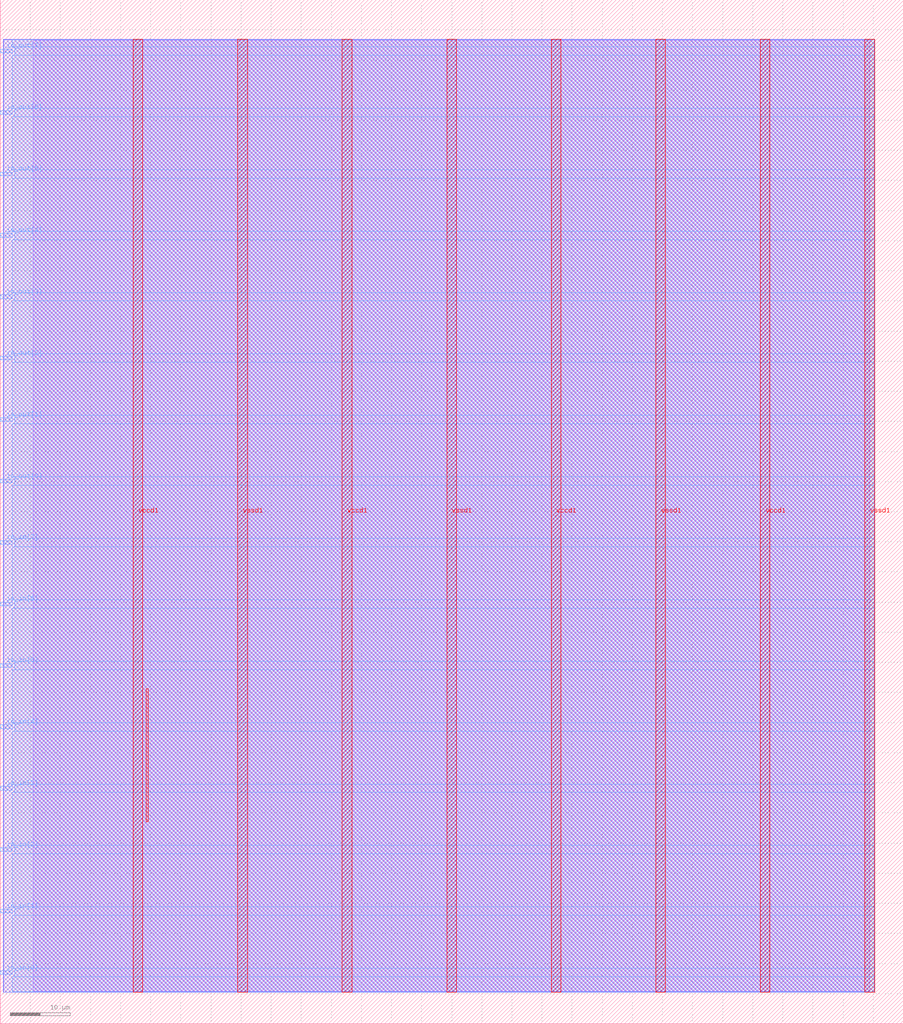
<source format=lef>
VERSION 5.7 ;
  NOWIREEXTENSIONATPIN ON ;
  DIVIDERCHAR "/" ;
  BUSBITCHARS "[]" ;
MACRO guianmonezm_ezmcpu
  CLASS BLOCK ;
  FOREIGN guianmonezm_ezmcpu ;
  ORIGIN 0.000 0.000 ;
  SIZE 150.000 BY 170.000 ;
  PIN io_in[0]
    DIRECTION INPUT ;
    USE SIGNAL ;
    PORT
      LAYER met3 ;
        RECT 0.000 8.200 2.000 8.800 ;
    END
  END io_in[0]
  PIN io_in[1]
    DIRECTION INPUT ;
    USE SIGNAL ;
    PORT
      LAYER met3 ;
        RECT 0.000 18.400 2.000 19.000 ;
    END
  END io_in[1]
  PIN io_in[2]
    DIRECTION INPUT ;
    USE SIGNAL ;
    PORT
      LAYER met3 ;
        RECT 0.000 28.600 2.000 29.200 ;
    END
  END io_in[2]
  PIN io_in[3]
    DIRECTION INPUT ;
    USE SIGNAL ;
    PORT
      LAYER met3 ;
        RECT 0.000 38.800 2.000 39.400 ;
    END
  END io_in[3]
  PIN io_in[4]
    DIRECTION INPUT ;
    USE SIGNAL ;
    PORT
      LAYER met3 ;
        RECT 0.000 49.000 2.000 49.600 ;
    END
  END io_in[4]
  PIN io_in[5]
    DIRECTION INPUT ;
    USE SIGNAL ;
    PORT
      LAYER met3 ;
        RECT 0.000 59.200 2.000 59.800 ;
    END
  END io_in[5]
  PIN io_in[6]
    DIRECTION INPUT ;
    USE SIGNAL ;
    PORT
      LAYER met3 ;
        RECT 0.000 69.400 2.000 70.000 ;
    END
  END io_in[6]
  PIN io_in[7]
    DIRECTION INPUT ;
    USE SIGNAL ;
    PORT
      LAYER met3 ;
        RECT 0.000 79.600 2.000 80.200 ;
    END
  END io_in[7]
  PIN io_out[0]
    DIRECTION OUTPUT TRISTATE ;
    USE SIGNAL ;
    PORT
      LAYER met3 ;
        RECT 0.000 89.800 2.000 90.400 ;
    END
  END io_out[0]
  PIN io_out[1]
    DIRECTION OUTPUT TRISTATE ;
    USE SIGNAL ;
    PORT
      LAYER met3 ;
        RECT 0.000 100.000 2.000 100.600 ;
    END
  END io_out[1]
  PIN io_out[2]
    DIRECTION OUTPUT TRISTATE ;
    USE SIGNAL ;
    PORT
      LAYER met3 ;
        RECT 0.000 110.200 2.000 110.800 ;
    END
  END io_out[2]
  PIN io_out[3]
    DIRECTION OUTPUT TRISTATE ;
    USE SIGNAL ;
    PORT
      LAYER met3 ;
        RECT 0.000 120.400 2.000 121.000 ;
    END
  END io_out[3]
  PIN io_out[4]
    DIRECTION OUTPUT TRISTATE ;
    USE SIGNAL ;
    PORT
      LAYER met3 ;
        RECT 0.000 130.600 2.000 131.200 ;
    END
  END io_out[4]
  PIN io_out[5]
    DIRECTION OUTPUT TRISTATE ;
    USE SIGNAL ;
    PORT
      LAYER met3 ;
        RECT 0.000 140.800 2.000 141.400 ;
    END
  END io_out[5]
  PIN io_out[6]
    DIRECTION OUTPUT TRISTATE ;
    USE SIGNAL ;
    PORT
      LAYER met3 ;
        RECT 0.000 151.000 2.000 151.600 ;
    END
  END io_out[6]
  PIN io_out[7]
    DIRECTION OUTPUT TRISTATE ;
    USE SIGNAL ;
    PORT
      LAYER met3 ;
        RECT 0.000 161.200 2.000 161.800 ;
    END
  END io_out[7]
  PIN vccd1
    DIRECTION INOUT ;
    USE POWER ;
    PORT
      LAYER met4 ;
        RECT 22.085 5.200 23.685 163.440 ;
    END
    PORT
      LAYER met4 ;
        RECT 56.815 5.200 58.415 163.440 ;
    END
    PORT
      LAYER met4 ;
        RECT 91.545 5.200 93.145 163.440 ;
    END
    PORT
      LAYER met4 ;
        RECT 126.275 5.200 127.875 163.440 ;
    END
  END vccd1
  PIN vssd1
    DIRECTION INOUT ;
    USE GROUND ;
    PORT
      LAYER met4 ;
        RECT 39.450 5.200 41.050 163.440 ;
    END
    PORT
      LAYER met4 ;
        RECT 74.180 5.200 75.780 163.440 ;
    END
    PORT
      LAYER met4 ;
        RECT 108.910 5.200 110.510 163.440 ;
    END
    PORT
      LAYER met4 ;
        RECT 143.640 5.200 145.240 163.440 ;
    END
  END vssd1
  OBS
      LAYER li1 ;
        RECT 5.520 5.355 144.440 163.285 ;
      LAYER met1 ;
        RECT 0.530 5.200 145.240 163.440 ;
      LAYER met2 ;
        RECT 0.560 5.255 145.210 163.385 ;
      LAYER met3 ;
        RECT 2.000 162.200 145.230 163.365 ;
        RECT 2.400 160.800 145.230 162.200 ;
        RECT 2.000 152.000 145.230 160.800 ;
        RECT 2.400 150.600 145.230 152.000 ;
        RECT 2.000 141.800 145.230 150.600 ;
        RECT 2.400 140.400 145.230 141.800 ;
        RECT 2.000 131.600 145.230 140.400 ;
        RECT 2.400 130.200 145.230 131.600 ;
        RECT 2.000 121.400 145.230 130.200 ;
        RECT 2.400 120.000 145.230 121.400 ;
        RECT 2.000 111.200 145.230 120.000 ;
        RECT 2.400 109.800 145.230 111.200 ;
        RECT 2.000 101.000 145.230 109.800 ;
        RECT 2.400 99.600 145.230 101.000 ;
        RECT 2.000 90.800 145.230 99.600 ;
        RECT 2.400 89.400 145.230 90.800 ;
        RECT 2.000 80.600 145.230 89.400 ;
        RECT 2.400 79.200 145.230 80.600 ;
        RECT 2.000 70.400 145.230 79.200 ;
        RECT 2.400 69.000 145.230 70.400 ;
        RECT 2.000 60.200 145.230 69.000 ;
        RECT 2.400 58.800 145.230 60.200 ;
        RECT 2.000 50.000 145.230 58.800 ;
        RECT 2.400 48.600 145.230 50.000 ;
        RECT 2.000 39.800 145.230 48.600 ;
        RECT 2.400 38.400 145.230 39.800 ;
        RECT 2.000 29.600 145.230 38.400 ;
        RECT 2.400 28.200 145.230 29.600 ;
        RECT 2.000 19.400 145.230 28.200 ;
        RECT 2.400 18.000 145.230 19.400 ;
        RECT 2.000 9.200 145.230 18.000 ;
        RECT 2.400 7.800 145.230 9.200 ;
        RECT 2.000 5.275 145.230 7.800 ;
      LAYER met4 ;
        RECT 24.215 33.495 24.545 55.585 ;
  END
END guianmonezm_ezmcpu
END LIBRARY


</source>
